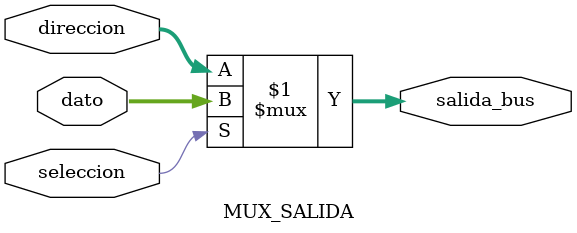
<source format=v>
`timescale 1ns / 1ps
module MUX_SALIDA(

input [7:0] direccion,
input [7:0] dato,
input seleccion,
output [7:0] salida_bus

    );

   assign salida_bus = seleccion ? dato : direccion;

endmodule

</source>
